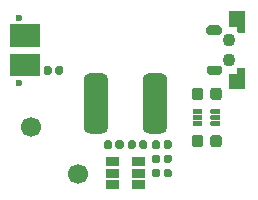
<source format=gbs>
%TF.GenerationSoftware,KiCad,Pcbnew,5.1.7-a382d34a8~87~ubuntu20.04.1*%
%TF.CreationDate,2020-10-26T14:53:32+05:00*%
%TF.ProjectId,OneRing,4f6e6552-696e-4672-9e6b-696361645f70,rev?*%
%TF.SameCoordinates,Original*%
%TF.FileFunction,Soldermask,Bot*%
%TF.FilePolarity,Negative*%
%FSLAX46Y46*%
G04 Gerber Fmt 4.6, Leading zero omitted, Abs format (unit mm)*
G04 Created by KiCad (PCBNEW 5.1.7-a382d34a8~87~ubuntu20.04.1) date 2020-10-26 14:53:32*
%MOMM*%
%LPD*%
G01*
G04 APERTURE LIST*
%ADD10C,1.700000*%
%ADD11C,0.600000*%
%ADD12C,1.100000*%
G04 APERTURE END LIST*
D10*
%TO.C,J2*%
X157000000Y-109000000D03*
%TD*%
%TO.C,J3*%
X161000000Y-113000000D03*
%TD*%
%TO.C,U4*%
G36*
G01*
X170700000Y-108850000D02*
X170700000Y-108550000D01*
G75*
G02*
X170750000Y-108500000I50000J0D01*
G01*
X171450000Y-108500000D01*
G75*
G02*
X171500000Y-108550000I0J-50000D01*
G01*
X171500000Y-108850000D01*
G75*
G02*
X171450000Y-108900000I-50000J0D01*
G01*
X170750000Y-108900000D01*
G75*
G02*
X170700000Y-108850000I0J50000D01*
G01*
G37*
G36*
G01*
X170700000Y-107850000D02*
X170700000Y-107550000D01*
G75*
G02*
X170750000Y-107500000I50000J0D01*
G01*
X171450000Y-107500000D01*
G75*
G02*
X171500000Y-107550000I0J-50000D01*
G01*
X171500000Y-107850000D01*
G75*
G02*
X171450000Y-107900000I-50000J0D01*
G01*
X170750000Y-107900000D01*
G75*
G02*
X170700000Y-107850000I0J50000D01*
G01*
G37*
G36*
G01*
X172200000Y-108850000D02*
X172200000Y-108550000D01*
G75*
G02*
X172250000Y-108500000I50000J0D01*
G01*
X172950000Y-108500000D01*
G75*
G02*
X173000000Y-108550000I0J-50000D01*
G01*
X173000000Y-108850000D01*
G75*
G02*
X172950000Y-108900000I-50000J0D01*
G01*
X172250000Y-108900000D01*
G75*
G02*
X172200000Y-108850000I0J50000D01*
G01*
G37*
G36*
G01*
X170700000Y-108350000D02*
X170700000Y-108050000D01*
G75*
G02*
X170750000Y-108000000I50000J0D01*
G01*
X171450000Y-108000000D01*
G75*
G02*
X171500000Y-108050000I0J-50000D01*
G01*
X171500000Y-108350000D01*
G75*
G02*
X171450000Y-108400000I-50000J0D01*
G01*
X170750000Y-108400000D01*
G75*
G02*
X170700000Y-108350000I0J50000D01*
G01*
G37*
G36*
G01*
X172200000Y-107850000D02*
X172200000Y-107550000D01*
G75*
G02*
X172250000Y-107500000I50000J0D01*
G01*
X172950000Y-107500000D01*
G75*
G02*
X173000000Y-107550000I0J-50000D01*
G01*
X173000000Y-107850000D01*
G75*
G02*
X172950000Y-107900000I-50000J0D01*
G01*
X172250000Y-107900000D01*
G75*
G02*
X172200000Y-107850000I0J50000D01*
G01*
G37*
G36*
G01*
X172200000Y-108350000D02*
X172200000Y-108050000D01*
G75*
G02*
X172250000Y-108000000I50000J0D01*
G01*
X172950000Y-108000000D01*
G75*
G02*
X173000000Y-108050000I0J-50000D01*
G01*
X173000000Y-108350000D01*
G75*
G02*
X172950000Y-108400000I-50000J0D01*
G01*
X172250000Y-108400000D01*
G75*
G02*
X172200000Y-108350000I0J50000D01*
G01*
G37*
%TD*%
%TO.C,BT1*%
G36*
G01*
X161450000Y-109025000D02*
X161450000Y-104975000D01*
G75*
G02*
X161975000Y-104450000I525000J0D01*
G01*
X163025000Y-104450000D01*
G75*
G02*
X163550000Y-104975000I0J-525000D01*
G01*
X163550000Y-109025000D01*
G75*
G02*
X163025000Y-109550000I-525000J0D01*
G01*
X161975000Y-109550000D01*
G75*
G02*
X161450000Y-109025000I0J525000D01*
G01*
G37*
G36*
G01*
X166450000Y-109025000D02*
X166450000Y-104975000D01*
G75*
G02*
X166975000Y-104450000I525000J0D01*
G01*
X168025000Y-104450000D01*
G75*
G02*
X168550000Y-104975000I0J-525000D01*
G01*
X168550000Y-109025000D01*
G75*
G02*
X168025000Y-109550000I-525000J0D01*
G01*
X166975000Y-109550000D01*
G75*
G02*
X166450000Y-109025000I0J525000D01*
G01*
G37*
%TD*%
%TO.C,C13*%
G36*
G01*
X165875000Y-110302500D02*
X165875000Y-110697500D01*
G75*
G02*
X165702500Y-110870000I-172500J0D01*
G01*
X165357500Y-110870000D01*
G75*
G02*
X165185000Y-110697500I0J172500D01*
G01*
X165185000Y-110302500D01*
G75*
G02*
X165357500Y-110130000I172500J0D01*
G01*
X165702500Y-110130000D01*
G75*
G02*
X165875000Y-110302500I0J-172500D01*
G01*
G37*
G36*
G01*
X166845000Y-110302500D02*
X166845000Y-110697500D01*
G75*
G02*
X166672500Y-110870000I-172500J0D01*
G01*
X166327500Y-110870000D01*
G75*
G02*
X166155000Y-110697500I0J172500D01*
G01*
X166155000Y-110302500D01*
G75*
G02*
X166327500Y-110130000I172500J0D01*
G01*
X166672500Y-110130000D01*
G75*
G02*
X166845000Y-110302500I0J-172500D01*
G01*
G37*
%TD*%
%TO.C,C14*%
G36*
G01*
X171587500Y-109918750D02*
X171587500Y-110481250D01*
G75*
G02*
X171343750Y-110725000I-243750J0D01*
G01*
X170856250Y-110725000D01*
G75*
G02*
X170612500Y-110481250I0J243750D01*
G01*
X170612500Y-109918750D01*
G75*
G02*
X170856250Y-109675000I243750J0D01*
G01*
X171343750Y-109675000D01*
G75*
G02*
X171587500Y-109918750I0J-243750D01*
G01*
G37*
G36*
G01*
X173162500Y-109918750D02*
X173162500Y-110481250D01*
G75*
G02*
X172918750Y-110725000I-243750J0D01*
G01*
X172431250Y-110725000D01*
G75*
G02*
X172187500Y-110481250I0J243750D01*
G01*
X172187500Y-109918750D01*
G75*
G02*
X172431250Y-109675000I243750J0D01*
G01*
X172918750Y-109675000D01*
G75*
G02*
X173162500Y-109918750I0J-243750D01*
G01*
G37*
%TD*%
%TO.C,C15*%
G36*
G01*
X173162500Y-105918750D02*
X173162500Y-106481250D01*
G75*
G02*
X172918750Y-106725000I-243750J0D01*
G01*
X172431250Y-106725000D01*
G75*
G02*
X172187500Y-106481250I0J243750D01*
G01*
X172187500Y-105918750D01*
G75*
G02*
X172431250Y-105675000I243750J0D01*
G01*
X172918750Y-105675000D01*
G75*
G02*
X173162500Y-105918750I0J-243750D01*
G01*
G37*
G36*
G01*
X171587500Y-105918750D02*
X171587500Y-106481250D01*
G75*
G02*
X171343750Y-106725000I-243750J0D01*
G01*
X170856250Y-106725000D01*
G75*
G02*
X170612500Y-106481250I0J243750D01*
G01*
X170612500Y-105918750D01*
G75*
G02*
X170856250Y-105675000I243750J0D01*
G01*
X171343750Y-105675000D01*
G75*
G02*
X171587500Y-105918750I0J-243750D01*
G01*
G37*
%TD*%
%TO.C,D1*%
G36*
G01*
X158760000Y-104002500D02*
X158760000Y-104397500D01*
G75*
G02*
X158587500Y-104570000I-172500J0D01*
G01*
X158242500Y-104570000D01*
G75*
G02*
X158070000Y-104397500I0J172500D01*
G01*
X158070000Y-104002500D01*
G75*
G02*
X158242500Y-103830000I172500J0D01*
G01*
X158587500Y-103830000D01*
G75*
G02*
X158760000Y-104002500I0J-172500D01*
G01*
G37*
G36*
G01*
X159730000Y-104002500D02*
X159730000Y-104397500D01*
G75*
G02*
X159557500Y-104570000I-172500J0D01*
G01*
X159212500Y-104570000D01*
G75*
G02*
X159040000Y-104397500I0J172500D01*
G01*
X159040000Y-104002500D01*
G75*
G02*
X159212500Y-103830000I172500J0D01*
G01*
X159557500Y-103830000D01*
G75*
G02*
X159730000Y-104002500I0J-172500D01*
G01*
G37*
%TD*%
%TO.C,D2*%
G36*
G01*
X168915000Y-111502500D02*
X168915000Y-111897500D01*
G75*
G02*
X168742500Y-112070000I-172500J0D01*
G01*
X168397500Y-112070000D01*
G75*
G02*
X168225000Y-111897500I0J172500D01*
G01*
X168225000Y-111502500D01*
G75*
G02*
X168397500Y-111330000I172500J0D01*
G01*
X168742500Y-111330000D01*
G75*
G02*
X168915000Y-111502500I0J-172500D01*
G01*
G37*
G36*
G01*
X167945000Y-111502500D02*
X167945000Y-111897500D01*
G75*
G02*
X167772500Y-112070000I-172500J0D01*
G01*
X167427500Y-112070000D01*
G75*
G02*
X167255000Y-111897500I0J172500D01*
G01*
X167255000Y-111502500D01*
G75*
G02*
X167427500Y-111330000I172500J0D01*
G01*
X167772500Y-111330000D01*
G75*
G02*
X167945000Y-111502500I0J-172500D01*
G01*
G37*
%TD*%
D11*
%TO.C,J1*%
X156000000Y-105250000D03*
X156000000Y-99750000D03*
G36*
G01*
X157750000Y-104700000D02*
X155250000Y-104700000D01*
G75*
G02*
X155200000Y-104650000I0J50000D01*
G01*
X155200000Y-102850000D01*
G75*
G02*
X155250000Y-102800000I50000J0D01*
G01*
X157750000Y-102800000D01*
G75*
G02*
X157800000Y-102850000I0J-50000D01*
G01*
X157800000Y-104650000D01*
G75*
G02*
X157750000Y-104700000I-50000J0D01*
G01*
G37*
G36*
G01*
X157750000Y-102200000D02*
X155250000Y-102200000D01*
G75*
G02*
X155200000Y-102150000I0J50000D01*
G01*
X155200000Y-100350000D01*
G75*
G02*
X155250000Y-100300000I50000J0D01*
G01*
X157750000Y-100300000D01*
G75*
G02*
X157800000Y-100350000I0J-50000D01*
G01*
X157800000Y-102150000D01*
G75*
G02*
X157750000Y-102200000I-50000J0D01*
G01*
G37*
%TD*%
%TO.C,R1*%
G36*
G01*
X164845000Y-110302500D02*
X164845000Y-110697500D01*
G75*
G02*
X164672500Y-110870000I-172500J0D01*
G01*
X164327500Y-110870000D01*
G75*
G02*
X164155000Y-110697500I0J172500D01*
G01*
X164155000Y-110302500D01*
G75*
G02*
X164327500Y-110130000I172500J0D01*
G01*
X164672500Y-110130000D01*
G75*
G02*
X164845000Y-110302500I0J-172500D01*
G01*
G37*
G36*
G01*
X163875000Y-110302500D02*
X163875000Y-110697500D01*
G75*
G02*
X163702500Y-110870000I-172500J0D01*
G01*
X163357500Y-110870000D01*
G75*
G02*
X163185000Y-110697500I0J172500D01*
G01*
X163185000Y-110302500D01*
G75*
G02*
X163357500Y-110130000I172500J0D01*
G01*
X163702500Y-110130000D01*
G75*
G02*
X163875000Y-110302500I0J-172500D01*
G01*
G37*
%TD*%
%TO.C,R2*%
G36*
G01*
X167945000Y-112702500D02*
X167945000Y-113097500D01*
G75*
G02*
X167772500Y-113270000I-172500J0D01*
G01*
X167427500Y-113270000D01*
G75*
G02*
X167255000Y-113097500I0J172500D01*
G01*
X167255000Y-112702500D01*
G75*
G02*
X167427500Y-112530000I172500J0D01*
G01*
X167772500Y-112530000D01*
G75*
G02*
X167945000Y-112702500I0J-172500D01*
G01*
G37*
G36*
G01*
X168915000Y-112702500D02*
X168915000Y-113097500D01*
G75*
G02*
X168742500Y-113270000I-172500J0D01*
G01*
X168397500Y-113270000D01*
G75*
G02*
X168225000Y-113097500I0J172500D01*
G01*
X168225000Y-112702500D01*
G75*
G02*
X168397500Y-112530000I172500J0D01*
G01*
X168742500Y-112530000D01*
G75*
G02*
X168915000Y-112702500I0J-172500D01*
G01*
G37*
%TD*%
%TO.C,R3*%
G36*
G01*
X167255000Y-110697500D02*
X167255000Y-110302500D01*
G75*
G02*
X167427500Y-110130000I172500J0D01*
G01*
X167772500Y-110130000D01*
G75*
G02*
X167945000Y-110302500I0J-172500D01*
G01*
X167945000Y-110697500D01*
G75*
G02*
X167772500Y-110870000I-172500J0D01*
G01*
X167427500Y-110870000D01*
G75*
G02*
X167255000Y-110697500I0J172500D01*
G01*
G37*
G36*
G01*
X168225000Y-110697500D02*
X168225000Y-110302500D01*
G75*
G02*
X168397500Y-110130000I172500J0D01*
G01*
X168742500Y-110130000D01*
G75*
G02*
X168915000Y-110302500I0J-172500D01*
G01*
X168915000Y-110697500D01*
G75*
G02*
X168742500Y-110870000I-172500J0D01*
G01*
X168397500Y-110870000D01*
G75*
G02*
X168225000Y-110697500I0J172500D01*
G01*
G37*
%TD*%
%TO.C,SW1*%
G36*
G01*
X172050000Y-100400000D02*
X172950000Y-100400000D01*
G75*
G02*
X173150000Y-100600000I0J-200000D01*
G01*
X173150000Y-101000000D01*
G75*
G02*
X172950000Y-101200000I-200000J0D01*
G01*
X172050000Y-101200000D01*
G75*
G02*
X171850000Y-101000000I0J200000D01*
G01*
X171850000Y-100600000D01*
G75*
G02*
X172050000Y-100400000I200000J0D01*
G01*
G37*
G36*
G01*
X172100000Y-103800000D02*
X173000000Y-103800000D01*
G75*
G02*
X173200000Y-104000000I0J-200000D01*
G01*
X173200000Y-104400000D01*
G75*
G02*
X173000000Y-104600000I-200000J0D01*
G01*
X172100000Y-104600000D01*
G75*
G02*
X171900000Y-104400000I0J200000D01*
G01*
X171900000Y-104000000D01*
G75*
G02*
X172100000Y-103800000I200000J0D01*
G01*
G37*
G36*
G01*
X173800000Y-99800000D02*
X175100000Y-99800000D01*
G75*
G02*
X175150000Y-99850000I0J-50000D01*
G01*
X175150000Y-100450000D01*
G75*
G02*
X175100000Y-100500000I-50000J0D01*
G01*
X173800000Y-100500000D01*
G75*
G02*
X173750000Y-100450000I0J50000D01*
G01*
X173750000Y-99850000D01*
G75*
G02*
X173800000Y-99800000I50000J0D01*
G01*
G37*
D12*
X173800000Y-101650000D03*
X173800000Y-103350000D03*
G36*
G01*
X175150000Y-99850000D02*
X175150000Y-100950000D01*
G75*
G02*
X175100000Y-101000000I-50000J0D01*
G01*
X174500000Y-101000000D01*
G75*
G02*
X174450000Y-100950000I0J50000D01*
G01*
X174450000Y-99850000D01*
G75*
G02*
X174500000Y-99800000I50000J0D01*
G01*
X175100000Y-99800000D01*
G75*
G02*
X175150000Y-99850000I0J-50000D01*
G01*
G37*
G36*
G01*
X173800000Y-104500000D02*
X175100000Y-104500000D01*
G75*
G02*
X175150000Y-104550000I0J-50000D01*
G01*
X175150000Y-105150000D01*
G75*
G02*
X175100000Y-105200000I-50000J0D01*
G01*
X173800000Y-105200000D01*
G75*
G02*
X173750000Y-105150000I0J50000D01*
G01*
X173750000Y-104550000D01*
G75*
G02*
X173800000Y-104500000I50000J0D01*
G01*
G37*
G36*
G01*
X175150000Y-104050000D02*
X175150000Y-105150000D01*
G75*
G02*
X175100000Y-105200000I-50000J0D01*
G01*
X174500000Y-105200000D01*
G75*
G02*
X174450000Y-105150000I0J50000D01*
G01*
X174450000Y-104050000D01*
G75*
G02*
X174500000Y-104000000I50000J0D01*
G01*
X175100000Y-104000000D01*
G75*
G02*
X175150000Y-104050000I0J-50000D01*
G01*
G37*
G36*
G01*
X173800000Y-99200000D02*
X175100000Y-99200000D01*
G75*
G02*
X175150000Y-99250000I0J-50000D01*
G01*
X175150000Y-99850000D01*
G75*
G02*
X175100000Y-99900000I-50000J0D01*
G01*
X173800000Y-99900000D01*
G75*
G02*
X173750000Y-99850000I0J50000D01*
G01*
X173750000Y-99250000D01*
G75*
G02*
X173800000Y-99200000I50000J0D01*
G01*
G37*
G36*
G01*
X173800000Y-105100000D02*
X175100000Y-105100000D01*
G75*
G02*
X175150000Y-105150000I0J-50000D01*
G01*
X175150000Y-105750000D01*
G75*
G02*
X175100000Y-105800000I-50000J0D01*
G01*
X173800000Y-105800000D01*
G75*
G02*
X173750000Y-105750000I0J50000D01*
G01*
X173750000Y-105150000D01*
G75*
G02*
X173800000Y-105100000I50000J0D01*
G01*
G37*
%TD*%
%TO.C,U3*%
G36*
G01*
X163320000Y-114175000D02*
X163320000Y-113525000D01*
G75*
G02*
X163370000Y-113475000I50000J0D01*
G01*
X164430000Y-113475000D01*
G75*
G02*
X164480000Y-113525000I0J-50000D01*
G01*
X164480000Y-114175000D01*
G75*
G02*
X164430000Y-114225000I-50000J0D01*
G01*
X163370000Y-114225000D01*
G75*
G02*
X163320000Y-114175000I0J50000D01*
G01*
G37*
G36*
G01*
X163320000Y-113225000D02*
X163320000Y-112575000D01*
G75*
G02*
X163370000Y-112525000I50000J0D01*
G01*
X164430000Y-112525000D01*
G75*
G02*
X164480000Y-112575000I0J-50000D01*
G01*
X164480000Y-113225000D01*
G75*
G02*
X164430000Y-113275000I-50000J0D01*
G01*
X163370000Y-113275000D01*
G75*
G02*
X163320000Y-113225000I0J50000D01*
G01*
G37*
G36*
G01*
X163320000Y-112275000D02*
X163320000Y-111625000D01*
G75*
G02*
X163370000Y-111575000I50000J0D01*
G01*
X164430000Y-111575000D01*
G75*
G02*
X164480000Y-111625000I0J-50000D01*
G01*
X164480000Y-112275000D01*
G75*
G02*
X164430000Y-112325000I-50000J0D01*
G01*
X163370000Y-112325000D01*
G75*
G02*
X163320000Y-112275000I0J50000D01*
G01*
G37*
G36*
G01*
X165520000Y-112275000D02*
X165520000Y-111625000D01*
G75*
G02*
X165570000Y-111575000I50000J0D01*
G01*
X166630000Y-111575000D01*
G75*
G02*
X166680000Y-111625000I0J-50000D01*
G01*
X166680000Y-112275000D01*
G75*
G02*
X166630000Y-112325000I-50000J0D01*
G01*
X165570000Y-112325000D01*
G75*
G02*
X165520000Y-112275000I0J50000D01*
G01*
G37*
G36*
G01*
X165520000Y-114175000D02*
X165520000Y-113525000D01*
G75*
G02*
X165570000Y-113475000I50000J0D01*
G01*
X166630000Y-113475000D01*
G75*
G02*
X166680000Y-113525000I0J-50000D01*
G01*
X166680000Y-114175000D01*
G75*
G02*
X166630000Y-114225000I-50000J0D01*
G01*
X165570000Y-114225000D01*
G75*
G02*
X165520000Y-114175000I0J50000D01*
G01*
G37*
G36*
G01*
X165520000Y-113225000D02*
X165520000Y-112575000D01*
G75*
G02*
X165570000Y-112525000I50000J0D01*
G01*
X166630000Y-112525000D01*
G75*
G02*
X166680000Y-112575000I0J-50000D01*
G01*
X166680000Y-113225000D01*
G75*
G02*
X166630000Y-113275000I-50000J0D01*
G01*
X165570000Y-113275000D01*
G75*
G02*
X165520000Y-113225000I0J50000D01*
G01*
G37*
%TD*%
M02*

</source>
